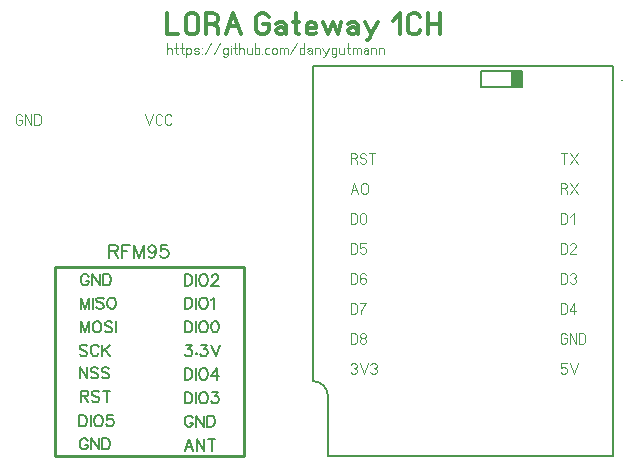
<source format=gbr>
%FSLAX34Y34*%
%MOMM*%
%LNSILK_TOP*%
G71*
G01*
%ADD10C,0.111*%
%ADD11C,0.150*%
%ADD12C,0.100*%
%ADD13C,0.254*%
%ADD14C,0.152*%
%ADD15C,0.200*%
%ADD16C,0.144*%
%ADD17C,0.318*%
%LPD*%
G54D10*
X223838Y338295D02*
X227171Y329406D01*
X230504Y338295D01*
G54D10*
X238282Y331073D02*
X237615Y329962D01*
X236282Y329406D01*
X234948Y329406D01*
X233615Y329962D01*
X232948Y331073D01*
X232948Y336628D01*
X233615Y337740D01*
X234948Y338295D01*
X236282Y338295D01*
X237615Y337740D01*
X238282Y336628D01*
G54D10*
X246059Y331073D02*
X245392Y329962D01*
X244059Y329406D01*
X242726Y329406D01*
X241392Y329962D01*
X240726Y331073D01*
X240726Y336628D01*
X241392Y337740D01*
X242726Y338295D01*
X244059Y338295D01*
X245392Y337740D01*
X246059Y336628D01*
G54D10*
X116967Y333851D02*
X119633Y333851D01*
X119633Y331073D01*
X118967Y329962D01*
X117633Y329406D01*
X116300Y329406D01*
X114967Y329962D01*
X114300Y331073D01*
X114300Y336628D01*
X114967Y337740D01*
X116300Y338295D01*
X117633Y338295D01*
X118967Y337740D01*
X119633Y336628D01*
G54D10*
X122077Y329406D02*
X122077Y338295D01*
X127410Y329406D01*
X127410Y338295D01*
G54D10*
X129854Y329406D02*
X129854Y338295D01*
X133187Y338295D01*
X134521Y337740D01*
X135187Y336628D01*
X135187Y331073D01*
X134521Y329962D01*
X133187Y329406D01*
X129854Y329406D01*
G54D11*
X543206Y361300D02*
X543207Y375300D01*
X508207Y375300D01*
X508207Y361300D01*
X543206Y361300D01*
G36*
X543206Y361300D02*
X543207Y375300D01*
X533206Y375300D01*
X533206Y361300D01*
X543206Y361300D01*
G37*
G54D12*
X543206Y361300D02*
X543207Y375300D01*
X533206Y375300D01*
X533206Y361300D01*
X543206Y361300D01*
G54D13*
X307077Y48672D02*
X307077Y208672D01*
X147077Y208672D01*
X147077Y48672D01*
X307077Y48672D01*
G54D14*
X193487Y222422D02*
X198157Y222422D01*
X199707Y222932D01*
X200237Y223462D01*
X200747Y224512D01*
X200747Y225552D01*
X200237Y226592D01*
X199707Y227102D01*
X198157Y227602D01*
X193487Y227602D01*
X193487Y216712D01*
G54D14*
X197117Y222422D02*
X200747Y216712D01*
G54D14*
X210937Y227602D02*
X204177Y227602D01*
X204177Y216712D01*
G54D14*
X204177Y222422D02*
X208347Y222422D01*
G54D14*
X222697Y216712D02*
X222697Y227602D01*
X218527Y216712D01*
X214367Y227602D01*
X214367Y216712D01*
G54D14*
X232347Y226052D02*
X232857Y223972D01*
X232347Y222422D01*
X231307Y221382D01*
X229757Y220872D01*
X229227Y220872D01*
X227677Y221382D01*
X226637Y222422D01*
X226127Y223972D01*
X226127Y224512D01*
X226637Y226052D01*
X227677Y227102D01*
X229227Y227602D01*
X229757Y227602D01*
X231307Y227102D01*
X232347Y226052D01*
G54D14*
X232857Y223972D02*
X232857Y221382D01*
X232347Y218792D01*
X231307Y217222D01*
X229757Y216712D01*
X228717Y216712D01*
X227137Y217222D01*
X226637Y218262D01*
G54D14*
X242537Y227602D02*
X237327Y227602D01*
X236817Y222932D01*
X237327Y223462D01*
X238897Y223972D01*
X240447Y223972D01*
X241997Y223462D01*
X243037Y222422D01*
X243577Y220872D01*
X243577Y219832D01*
X243037Y218262D01*
X241997Y217222D01*
X240447Y216712D01*
X238897Y216712D01*
X237327Y217222D01*
X236817Y217752D01*
X236287Y218792D01*
G54D11*
X257226Y193122D02*
X260406Y193122D01*
X261776Y193582D01*
X262696Y194492D01*
X263146Y195412D01*
X263606Y196782D01*
X263606Y199042D01*
X263146Y200412D01*
X262696Y201302D01*
X261776Y202212D01*
X260406Y202672D01*
X257226Y202672D01*
X257226Y193122D01*
G54D11*
X266606Y202672D02*
X266606Y193122D01*
G54D11*
X274146Y202672D02*
X272316Y202672D01*
X271406Y202212D01*
X270516Y201302D01*
X270056Y200412D01*
X269596Y199042D01*
X269596Y196782D01*
X270056Y195412D01*
X270516Y194492D01*
X271406Y193582D01*
X272316Y193122D01*
X274146Y193122D01*
X275036Y193582D01*
X275946Y194492D01*
X276406Y195412D01*
X276866Y196782D01*
X276866Y199042D01*
X276406Y200412D01*
X275946Y201302D01*
X275036Y202212D01*
X274146Y202672D01*
G54D11*
X280316Y200412D02*
X280316Y200872D01*
X280776Y201762D01*
X281236Y202212D01*
X282146Y202672D01*
X283956Y202672D01*
X284866Y202212D01*
X285326Y201762D01*
X285776Y200872D01*
X285776Y199952D01*
X285326Y199042D01*
X284406Y197672D01*
X279866Y193122D01*
X286236Y193122D01*
G54D11*
X257236Y173582D02*
X260406Y173582D01*
X261776Y174032D01*
X262696Y174952D01*
X263146Y175862D01*
X263586Y177212D01*
X263586Y179492D01*
X263146Y180842D01*
X262696Y181752D01*
X261776Y182672D01*
X260406Y183132D01*
X257236Y183132D01*
X257236Y173582D01*
G54D11*
X266606Y183132D02*
X266606Y173582D01*
G54D11*
X274146Y183132D02*
X272316Y183132D01*
X271406Y182672D01*
X270496Y181752D01*
X270056Y180842D01*
X269606Y179492D01*
X269606Y177212D01*
X270056Y175862D01*
X270496Y174952D01*
X271406Y174032D01*
X272316Y173582D01*
X274146Y173582D01*
X275036Y174032D01*
X275956Y174952D01*
X276406Y175862D01*
X276866Y177212D01*
X276866Y179492D01*
X276406Y180842D01*
X275956Y181752D01*
X275036Y182672D01*
X274146Y183132D01*
G54D11*
X279866Y181302D02*
X280776Y181752D01*
X282146Y183132D01*
X282146Y173582D01*
G54D11*
X257236Y153592D02*
X260406Y153592D01*
X261776Y154042D01*
X262696Y154932D01*
X263146Y155852D01*
X263586Y157222D01*
X263586Y159482D01*
X263146Y160852D01*
X262696Y161762D01*
X261776Y162682D01*
X260406Y163142D01*
X257236Y163142D01*
X257236Y153592D01*
G54D11*
X266606Y163142D02*
X266606Y153592D01*
G54D11*
X274146Y163142D02*
X272316Y163142D01*
X271406Y162682D01*
X270496Y161762D01*
X270056Y160852D01*
X269606Y159482D01*
X269606Y157222D01*
X270056Y155852D01*
X270496Y154932D01*
X271406Y154042D01*
X272316Y153592D01*
X274146Y153592D01*
X275036Y154042D01*
X275956Y154932D01*
X276406Y155852D01*
X276866Y157222D01*
X276866Y159482D01*
X276406Y160852D01*
X275956Y161762D01*
X275036Y162682D01*
X274146Y163142D01*
G54D11*
X283496Y163142D02*
X282586Y163142D01*
X281236Y162682D01*
X280326Y161312D01*
X279866Y159022D01*
X279866Y157682D01*
X280326Y155392D01*
X281236Y154042D01*
X282586Y153592D01*
X283496Y153592D01*
X284866Y154042D01*
X285786Y155392D01*
X286236Y157682D01*
X286236Y159022D01*
X285786Y161312D01*
X284866Y162682D01*
X283496Y163142D01*
G54D11*
X258146Y143122D02*
X263146Y143122D01*
X260406Y139492D01*
X261776Y139492D01*
X262696Y139032D01*
X263146Y138572D01*
X263586Y137202D01*
X263586Y136312D01*
X263146Y134942D01*
X262236Y134032D01*
X260866Y133572D01*
X259496Y133572D01*
X258146Y134032D01*
X257686Y134492D01*
X257236Y135402D01*
G54D11*
X267496Y135402D02*
X267036Y135862D01*
X266606Y135402D01*
X267036Y134942D01*
X267496Y135402D01*
G54D11*
X271406Y143122D02*
X276406Y143122D01*
X273696Y139492D01*
X275036Y139492D01*
X275956Y139032D01*
X276406Y138572D01*
X276866Y137202D01*
X276866Y136312D01*
X276406Y134942D01*
X275496Y134032D01*
X274146Y133572D01*
X272776Y133572D01*
X271406Y134032D01*
X270946Y134492D01*
X270496Y135402D01*
G54D11*
X279866Y143122D02*
X283496Y133572D01*
X287126Y143122D01*
G54D11*
X257236Y113582D02*
X260406Y113582D01*
X261776Y114042D01*
X262696Y114952D01*
X263146Y115842D01*
X263586Y117212D01*
X263586Y119502D01*
X263146Y120852D01*
X262696Y121762D01*
X261776Y122672D01*
X260406Y123132D01*
X257236Y123132D01*
X257236Y113582D01*
G54D11*
X266606Y123132D02*
X266606Y113582D01*
G54D11*
X274146Y123132D02*
X272316Y123132D01*
X271406Y122672D01*
X270496Y121762D01*
X270056Y120852D01*
X269606Y119502D01*
X269606Y117212D01*
X270056Y115842D01*
X270496Y114952D01*
X271406Y114042D01*
X272316Y113582D01*
X274146Y113582D01*
X275036Y114042D01*
X275956Y114952D01*
X276406Y115842D01*
X276866Y117212D01*
X276866Y119502D01*
X276406Y120852D01*
X275956Y121762D01*
X275036Y122672D01*
X274146Y123132D01*
G54D11*
X284406Y113582D02*
X284406Y123132D01*
X279866Y116762D01*
X286696Y116762D01*
G54D11*
X257236Y93592D02*
X260406Y93592D01*
X261776Y94022D01*
X262696Y94942D01*
X263146Y95852D01*
X263586Y97222D01*
X263586Y99482D01*
X263146Y100862D01*
X262696Y101772D01*
X261776Y102662D01*
X260406Y103122D01*
X257236Y103122D01*
X257236Y93592D01*
G54D11*
X266606Y103122D02*
X266606Y93592D01*
G54D11*
X274146Y103122D02*
X272316Y103122D01*
X271406Y102662D01*
X270496Y101772D01*
X270056Y100862D01*
X269606Y99482D01*
X269606Y97222D01*
X270056Y95852D01*
X270496Y94942D01*
X271406Y94022D01*
X272316Y93592D01*
X274146Y93592D01*
X275036Y94022D01*
X275956Y94942D01*
X276406Y95852D01*
X276866Y97222D01*
X276866Y99482D01*
X276406Y100862D01*
X275956Y101772D01*
X275036Y102662D01*
X274146Y103122D01*
G54D11*
X280776Y103122D02*
X285786Y103122D01*
X283036Y99482D01*
X284406Y99482D01*
X285326Y99032D01*
X285786Y98572D01*
X286236Y97222D01*
X286236Y96312D01*
X285786Y94942D01*
X284866Y94022D01*
X283496Y93592D01*
X282146Y93592D01*
X280776Y94022D01*
X280326Y94482D01*
X279866Y95392D01*
G54D11*
X264036Y80842D02*
X263586Y81752D01*
X262696Y82672D01*
X261776Y83132D01*
X259946Y83132D01*
X259066Y82672D01*
X258146Y81752D01*
X257686Y80842D01*
X257236Y79492D01*
X257236Y77212D01*
X257686Y75862D01*
X258146Y74952D01*
X259066Y74032D01*
X259946Y73582D01*
X261776Y73582D01*
X262696Y74032D01*
X263586Y74952D01*
X264036Y75862D01*
X264036Y77212D01*
X261776Y77212D01*
G54D11*
X273416Y83132D02*
X273416Y73582D01*
X267036Y83132D01*
X267036Y73582D01*
G54D11*
X276406Y73582D02*
X279586Y73582D01*
X280956Y74032D01*
X281866Y74952D01*
X282326Y75862D01*
X282786Y77212D01*
X282786Y79492D01*
X282326Y80842D01*
X281866Y81752D01*
X280956Y82672D01*
X279586Y83132D01*
X276406Y83132D01*
X276406Y73582D01*
G54D11*
X264496Y53592D02*
X260866Y63142D01*
X257236Y53592D01*
G54D11*
X258606Y56762D02*
X263146Y56762D01*
G54D11*
X273866Y63142D02*
X273866Y53592D01*
X267496Y63142D01*
X267496Y53592D01*
G54D11*
X280046Y63142D02*
X280046Y53592D01*
G54D11*
X276866Y63142D02*
X283246Y63142D01*
G54D11*
X176007Y200862D02*
X175547Y201772D01*
X174657Y202662D01*
X173737Y203122D01*
X171917Y203122D01*
X170997Y202662D01*
X170107Y201772D01*
X169657Y200862D01*
X169197Y199482D01*
X169197Y197222D01*
X169657Y195852D01*
X170107Y194942D01*
X170997Y194022D01*
X171917Y193592D01*
X173737Y193592D01*
X174657Y194022D01*
X175547Y194942D01*
X176007Y195852D01*
X176007Y197222D01*
X173737Y197222D01*
G54D11*
X185377Y203122D02*
X185377Y193592D01*
X178997Y203122D01*
X178997Y193592D01*
G54D11*
X188377Y193592D02*
X191547Y193592D01*
X192917Y194022D01*
X193837Y194942D01*
X194287Y195852D01*
X194747Y197222D01*
X194747Y199482D01*
X194287Y200862D01*
X193837Y201772D01*
X192917Y202662D01*
X191547Y203122D01*
X188377Y203122D01*
X188377Y193592D01*
G54D11*
X176457Y173582D02*
X176457Y183132D01*
X172827Y173582D01*
X169197Y183132D01*
X169197Y173582D01*
G54D11*
X179457Y183132D02*
X179457Y173582D01*
G54D11*
X188827Y181752D02*
X187917Y182672D01*
X186547Y183132D01*
X184737Y183132D01*
X183367Y182672D01*
X182457Y181752D01*
X182457Y180842D01*
X182907Y179952D01*
X183367Y179492D01*
X184287Y179042D01*
X186997Y178122D01*
X187917Y177672D01*
X188377Y177212D01*
X188827Y176322D01*
X188827Y174952D01*
X187917Y174032D01*
X186547Y173582D01*
X184737Y173582D01*
X183367Y174032D01*
X182457Y174952D01*
G54D11*
X196377Y183132D02*
X194547Y183132D01*
X193657Y182672D01*
X192737Y181752D01*
X192287Y180842D01*
X191827Y179492D01*
X191827Y177212D01*
X192287Y175862D01*
X192737Y174952D01*
X193657Y174032D01*
X194547Y173582D01*
X196377Y173582D01*
X197287Y174032D01*
X198207Y174952D01*
X198637Y175862D01*
X199087Y177212D01*
X199087Y179492D01*
X198637Y180842D01*
X198207Y181752D01*
X197287Y182672D01*
X196377Y183132D01*
G54D11*
X176457Y153592D02*
X176457Y163142D01*
X172827Y153592D01*
X169197Y163142D01*
X169197Y153592D01*
G54D11*
X184007Y163142D02*
X182197Y163142D01*
X181287Y162682D01*
X180367Y161762D01*
X179917Y160852D01*
X179457Y159482D01*
X179457Y157222D01*
X179917Y155852D01*
X180367Y154932D01*
X181287Y154042D01*
X182197Y153592D01*
X184007Y153592D01*
X184917Y154042D01*
X185837Y154932D01*
X186287Y155852D01*
X186747Y157222D01*
X186747Y159482D01*
X186287Y160852D01*
X185837Y161762D01*
X184917Y162682D01*
X184007Y163142D01*
G54D11*
X196097Y161762D02*
X195177Y162682D01*
X193837Y163142D01*
X192007Y163142D01*
X190657Y162682D01*
X189747Y161762D01*
X189747Y160852D01*
X190197Y159942D01*
X190657Y159482D01*
X191547Y159022D01*
X194287Y158132D01*
X195177Y157682D01*
X195637Y157222D01*
X196097Y156302D01*
X196097Y154932D01*
X195177Y154042D01*
X193837Y153592D01*
X192007Y153592D01*
X190657Y154042D01*
X189747Y154932D01*
G54D11*
X199087Y163142D02*
X199087Y153592D01*
G54D11*
X174557Y141752D02*
X173637Y142662D01*
X172297Y143122D01*
X170467Y143122D01*
X169097Y142662D01*
X168207Y141752D01*
X168207Y140862D01*
X168637Y139952D01*
X169097Y139492D01*
X170007Y139032D01*
X172727Y138122D01*
X173637Y137662D01*
X174097Y137202D01*
X174557Y136312D01*
X174557Y134942D01*
X173637Y134032D01*
X172297Y133572D01*
X170467Y133572D01*
X169097Y134032D01*
X168207Y134942D01*
G54D11*
X184387Y140862D02*
X183927Y141752D01*
X183017Y142662D01*
X182097Y143122D01*
X180297Y143122D01*
X179377Y142662D01*
X178467Y141752D01*
X178007Y140862D01*
X177547Y139492D01*
X177547Y137202D01*
X178007Y135862D01*
X178467Y134942D01*
X179377Y134032D01*
X180297Y133572D01*
X182097Y133572D01*
X183017Y134032D01*
X183927Y134942D01*
X184387Y135862D01*
G54D11*
X187377Y143122D02*
X187377Y133572D01*
G54D11*
X193727Y143122D02*
X187377Y136772D01*
G54D11*
X189647Y139032D02*
X193727Y133572D01*
G54D11*
X174557Y124122D02*
X174557Y114572D01*
X168207Y124122D01*
X168207Y114572D01*
G54D11*
X183927Y122752D02*
X183017Y123662D01*
X181637Y124122D01*
X179837Y124122D01*
X178467Y123662D01*
X177547Y122752D01*
X177547Y121862D01*
X178007Y120952D01*
X178467Y120492D01*
X179377Y120032D01*
X182097Y119122D01*
X183017Y118662D01*
X183467Y118202D01*
X183927Y117312D01*
X183927Y115942D01*
X183017Y115032D01*
X181637Y114572D01*
X179837Y114572D01*
X178467Y115032D01*
X177547Y115942D01*
G54D11*
X193277Y122752D02*
X192387Y123662D01*
X191017Y124122D01*
X189187Y124122D01*
X187837Y123662D01*
X186927Y122752D01*
X186927Y121862D01*
X187377Y120952D01*
X187837Y120492D01*
X188727Y120032D01*
X191467Y119122D01*
X192387Y118662D01*
X192817Y118202D01*
X193277Y117312D01*
X193277Y115942D01*
X192387Y115032D01*
X191017Y114572D01*
X189187Y114572D01*
X187837Y115032D01*
X186927Y115942D01*
G54D11*
X169197Y99592D02*
X173287Y99592D01*
X174657Y100042D01*
X175117Y100502D01*
X175547Y101392D01*
X175547Y102302D01*
X175117Y103222D01*
X174657Y103682D01*
X173287Y104132D01*
X169197Y104132D01*
X169197Y94582D01*
G54D11*
X172367Y99592D02*
X175547Y94582D01*
G54D11*
X184917Y102762D02*
X184007Y103682D01*
X182657Y104132D01*
X180827Y104132D01*
X179457Y103682D01*
X178567Y102762D01*
X178567Y101852D01*
X178997Y100932D01*
X179457Y100502D01*
X180367Y100042D01*
X183087Y99132D01*
X184007Y98672D01*
X184457Y98212D01*
X184917Y97302D01*
X184917Y95952D01*
X184007Y95042D01*
X182657Y94582D01*
X180827Y94582D01*
X179457Y95042D01*
X178567Y95952D01*
G54D11*
X191087Y104132D02*
X191087Y94582D01*
G54D11*
X187917Y104132D02*
X194287Y104132D01*
G54D11*
X168177Y74132D02*
X171377Y74132D01*
X172727Y74592D01*
X173637Y75482D01*
X174097Y76402D01*
X174557Y77772D01*
X174557Y80032D01*
X174097Y81402D01*
X173637Y82312D01*
X172727Y83232D01*
X171377Y83692D01*
X168177Y83692D01*
X168177Y74132D01*
G54D11*
X177547Y83692D02*
X177547Y74132D01*
G54D11*
X185097Y83692D02*
X183297Y83692D01*
X182377Y83232D01*
X181467Y82312D01*
X181007Y81402D01*
X180547Y80032D01*
X180547Y77772D01*
X181007Y76402D01*
X181467Y75482D01*
X182377Y74592D01*
X183297Y74132D01*
X185097Y74132D01*
X186007Y74592D01*
X186927Y75482D01*
X187377Y76402D01*
X187837Y77772D01*
X187837Y80032D01*
X187377Y81402D01*
X186927Y82312D01*
X186007Y83232D01*
X185097Y83692D01*
G54D11*
X196267Y83692D02*
X191727Y83692D01*
X191297Y79602D01*
X191727Y80032D01*
X193097Y80482D01*
X194467Y80482D01*
X195837Y80032D01*
X196727Y79142D01*
X197187Y77772D01*
X197187Y76852D01*
X196727Y75482D01*
X195837Y74592D01*
X194467Y74132D01*
X193097Y74132D01*
X191727Y74592D01*
X191297Y75052D01*
X190837Y75942D01*
G54D11*
X175007Y61842D02*
X174557Y62762D01*
X173637Y63672D01*
X172727Y64132D01*
X170927Y64132D01*
X170007Y63672D01*
X169097Y62762D01*
X168637Y61842D01*
X168207Y60502D01*
X168207Y58212D01*
X168637Y56862D01*
X169097Y55952D01*
X170007Y55032D01*
X170927Y54582D01*
X172727Y54582D01*
X173637Y55032D01*
X174557Y55952D01*
X175007Y56862D01*
X175007Y58212D01*
X172727Y58212D01*
G54D11*
X184387Y64132D02*
X184387Y54582D01*
X178007Y64132D01*
X178007Y54582D01*
G54D11*
X187377Y54582D02*
X190557Y54582D01*
X191927Y55032D01*
X192817Y55952D01*
X193277Y56862D01*
X193727Y58212D01*
X193727Y60502D01*
X193277Y61842D01*
X192817Y62762D01*
X191927Y63672D01*
X190557Y64132D01*
X187377Y64132D01*
X187377Y54582D01*
G54D15*
G75*
G01X378619Y99616D02*
G03X365919Y112316I-12700J0D01*
G01*
G54D15*
X378619Y99616D02*
X378619Y48816D01*
X619919Y48816D01*
X619919Y379016D01*
X365919Y379016D01*
X365919Y112316D01*
G54D10*
X400335Y300910D02*
X402335Y299799D01*
X403002Y298688D01*
X403002Y296466D01*
G54D10*
X397669Y296466D02*
X397669Y305355D01*
X401002Y305355D01*
X402335Y304799D01*
X403002Y303688D01*
X403002Y302577D01*
X402335Y301466D01*
X401002Y300910D01*
X397669Y300910D01*
G54D10*
X405446Y298132D02*
X406112Y297021D01*
X407446Y296466D01*
X408779Y296466D01*
X410112Y297021D01*
X410779Y298132D01*
X410779Y299243D01*
X410112Y300355D01*
X408779Y300910D01*
X407446Y300910D01*
X406112Y301466D01*
X405446Y302577D01*
X405446Y303688D01*
X406112Y304799D01*
X407446Y305355D01*
X408779Y305355D01*
X410112Y304799D01*
X410779Y303688D01*
G54D10*
X415889Y296466D02*
X415889Y305355D01*
G54D10*
X413223Y305355D02*
X418556Y305355D01*
G54D10*
X397669Y271066D02*
X401002Y279955D01*
X404335Y271066D01*
G54D10*
X399002Y274399D02*
X403002Y274399D01*
G54D10*
X412113Y278288D02*
X412113Y272732D01*
X411446Y271621D01*
X410113Y271066D01*
X408780Y271066D01*
X407446Y271621D01*
X406780Y272732D01*
X406780Y278288D01*
X407446Y279399D01*
X408780Y279955D01*
X410113Y279955D01*
X411446Y279399D01*
X412113Y278288D01*
G54D10*
X397669Y245666D02*
X397669Y254555D01*
X401002Y254555D01*
X402335Y253999D01*
X403002Y252888D01*
X403002Y247332D01*
X402335Y246221D01*
X401002Y245666D01*
X397669Y245666D01*
G54D10*
X410779Y252888D02*
X410779Y247332D01*
X410112Y246221D01*
X408779Y245666D01*
X407446Y245666D01*
X406112Y246221D01*
X405446Y247332D01*
X405446Y252888D01*
X406112Y253999D01*
X407446Y254555D01*
X408779Y254555D01*
X410112Y253999D01*
X410779Y252888D01*
G54D10*
X397669Y220266D02*
X397669Y229155D01*
X401002Y229155D01*
X402335Y228599D01*
X403002Y227488D01*
X403002Y221932D01*
X402335Y220821D01*
X401002Y220266D01*
X397669Y220266D01*
G54D10*
X410779Y229155D02*
X405446Y229155D01*
X405446Y225266D01*
X406112Y225266D01*
X407446Y225821D01*
X408779Y225821D01*
X410112Y225266D01*
X410779Y224155D01*
X410779Y221932D01*
X410112Y220821D01*
X408779Y220266D01*
X407446Y220266D01*
X406112Y220821D01*
X405446Y221932D01*
G54D10*
X397669Y194866D02*
X397669Y203755D01*
X401002Y203755D01*
X402335Y203199D01*
X403002Y202088D01*
X403002Y196532D01*
X402335Y195421D01*
X401002Y194866D01*
X397669Y194866D01*
G54D10*
X410779Y202088D02*
X410112Y203199D01*
X408779Y203755D01*
X407446Y203755D01*
X406112Y203199D01*
X405446Y202088D01*
X405446Y199310D01*
X405446Y198755D01*
X407446Y199866D01*
X408779Y199866D01*
X410112Y199310D01*
X410779Y198199D01*
X410779Y196532D01*
X410112Y195421D01*
X408779Y194866D01*
X407446Y194866D01*
X406112Y195421D01*
X405446Y196532D01*
X405446Y199310D01*
G54D10*
X397669Y169466D02*
X397669Y178355D01*
X401002Y178355D01*
X402335Y177799D01*
X403002Y176688D01*
X403002Y171132D01*
X402335Y170021D01*
X401002Y169466D01*
X397669Y169466D01*
G54D10*
X405446Y178355D02*
X410779Y178355D01*
X410112Y177243D01*
X408779Y175577D01*
X407446Y173355D01*
X406779Y171688D01*
X406779Y169466D01*
G54D10*
X397669Y144066D02*
X397669Y152955D01*
X401002Y152955D01*
X402335Y152399D01*
X403002Y151288D01*
X403002Y145732D01*
X402335Y144621D01*
X401002Y144066D01*
X397669Y144066D01*
G54D10*
X408779Y148510D02*
X407446Y148510D01*
X406112Y149066D01*
X405446Y150177D01*
X405446Y151288D01*
X406112Y152399D01*
X407446Y152955D01*
X408779Y152955D01*
X410112Y152399D01*
X410779Y151288D01*
X410779Y150177D01*
X410112Y149066D01*
X408779Y148510D01*
X410112Y147955D01*
X410779Y146843D01*
X410779Y145732D01*
X410112Y144621D01*
X408779Y144066D01*
X407446Y144066D01*
X406112Y144621D01*
X405446Y145732D01*
X405446Y146843D01*
X406112Y147955D01*
X407446Y148510D01*
G54D10*
X397669Y125888D02*
X398335Y126999D01*
X399669Y127555D01*
X401002Y127555D01*
X402335Y126999D01*
X403002Y125888D01*
X403002Y124777D01*
X402335Y123666D01*
X401002Y123110D01*
X402335Y122555D01*
X403002Y121443D01*
X403002Y120332D01*
X402335Y119221D01*
X401002Y118666D01*
X399669Y118666D01*
X398335Y119221D01*
X397669Y120332D01*
G54D10*
X405446Y127555D02*
X408779Y118666D01*
X412112Y127555D01*
G54D10*
X414557Y125888D02*
X415223Y126999D01*
X416557Y127555D01*
X417890Y127555D01*
X419223Y126999D01*
X419890Y125888D01*
X419890Y124777D01*
X419223Y123666D01*
X417890Y123110D01*
X419223Y122555D01*
X419890Y121443D01*
X419890Y120332D01*
X419223Y119221D01*
X417890Y118666D01*
X416557Y118666D01*
X415223Y119221D01*
X414557Y120332D01*
G54D10*
X578135Y296466D02*
X578135Y305355D01*
G54D10*
X575469Y305355D02*
X580802Y305355D01*
G54D10*
X583246Y305355D02*
X589912Y296466D01*
G54D10*
X583246Y296466D02*
X589912Y305355D01*
G54D10*
X578135Y275510D02*
X580135Y274399D01*
X580802Y273288D01*
X580802Y271066D01*
G54D10*
X575469Y271066D02*
X575469Y279955D01*
X578802Y279955D01*
X580135Y279399D01*
X580802Y278288D01*
X580802Y277177D01*
X580135Y276066D01*
X578802Y275510D01*
X575469Y275510D01*
G54D10*
X583246Y279955D02*
X589912Y271066D01*
G54D10*
X583246Y271066D02*
X589912Y279955D01*
G54D10*
X575469Y245666D02*
X575469Y254555D01*
X578802Y254555D01*
X580135Y253999D01*
X580802Y252888D01*
X580802Y247332D01*
X580135Y246221D01*
X578802Y245666D01*
X575469Y245666D01*
G54D10*
X583246Y251221D02*
X586579Y254555D01*
X586579Y245666D01*
G54D10*
X575469Y220266D02*
X575469Y229155D01*
X578802Y229155D01*
X580135Y228599D01*
X580802Y227488D01*
X580802Y221932D01*
X580135Y220821D01*
X578802Y220266D01*
X575469Y220266D01*
G54D10*
X588579Y220266D02*
X583246Y220266D01*
X583246Y220821D01*
X583912Y221932D01*
X587912Y225266D01*
X588579Y226377D01*
X588579Y227488D01*
X587912Y228599D01*
X586579Y229155D01*
X585246Y229155D01*
X583912Y228599D01*
X583246Y227488D01*
G54D10*
X575469Y194866D02*
X575469Y203755D01*
X578802Y203755D01*
X580135Y203199D01*
X580802Y202088D01*
X580802Y196532D01*
X580135Y195421D01*
X578802Y194866D01*
X575469Y194866D01*
G54D10*
X583246Y202088D02*
X583912Y203199D01*
X585246Y203755D01*
X586579Y203755D01*
X587912Y203199D01*
X588579Y202088D01*
X588579Y200977D01*
X587912Y199866D01*
X586579Y199310D01*
X587912Y198755D01*
X588579Y197643D01*
X588579Y196532D01*
X587912Y195421D01*
X586579Y194866D01*
X585246Y194866D01*
X583912Y195421D01*
X583246Y196532D01*
G54D10*
X575469Y169466D02*
X575469Y178355D01*
X578802Y178355D01*
X580135Y177799D01*
X580802Y176688D01*
X580802Y171132D01*
X580135Y170021D01*
X578802Y169466D01*
X575469Y169466D01*
G54D10*
X587246Y169466D02*
X587246Y178355D01*
X583246Y172799D01*
X583246Y171688D01*
X588579Y171688D01*
G54D10*
X578135Y148510D02*
X580802Y148510D01*
X580802Y145732D01*
X580135Y144621D01*
X578802Y144066D01*
X577469Y144066D01*
X576135Y144621D01*
X575469Y145732D01*
X575469Y151288D01*
X576135Y152399D01*
X577469Y152955D01*
X578802Y152955D01*
X580135Y152399D01*
X580802Y151288D01*
G54D10*
X583246Y144066D02*
X583246Y152955D01*
X588579Y144066D01*
X588579Y152955D01*
G54D10*
X591023Y144066D02*
X591023Y152955D01*
X594356Y152955D01*
X595689Y152399D01*
X596356Y151288D01*
X596356Y145732D01*
X595689Y144621D01*
X594356Y144066D01*
X591023Y144066D01*
G54D10*
X580802Y127555D02*
X575469Y127555D01*
X575469Y123666D01*
X576135Y123666D01*
X577469Y124221D01*
X578802Y124221D01*
X580135Y123666D01*
X580802Y122555D01*
X580802Y120332D01*
X580135Y119221D01*
X578802Y118666D01*
X577469Y118666D01*
X576135Y119221D01*
X575469Y120332D01*
G54D10*
X583246Y127555D02*
X586579Y118666D01*
X589912Y127555D01*
G54D16*
X627419Y367016D02*
X627419Y367016D01*
G54D17*
X242491Y423781D02*
X242491Y406003D01*
X251824Y406003D01*
G54D17*
X268712Y420448D02*
X268712Y409336D01*
X267379Y407114D01*
X264712Y406003D01*
X262046Y406003D01*
X259379Y407114D01*
X258046Y409336D01*
X258046Y420448D01*
X259379Y422670D01*
X262046Y423781D01*
X264712Y423781D01*
X267379Y422670D01*
X268712Y420448D01*
G54D17*
X280268Y414892D02*
X284268Y412670D01*
X285601Y410448D01*
X285601Y406003D01*
G54D17*
X274935Y406003D02*
X274935Y423781D01*
X281601Y423781D01*
X284268Y422670D01*
X285601Y420448D01*
X285601Y418225D01*
X284268Y416003D01*
X281601Y414892D01*
X274935Y414892D01*
G54D17*
X291824Y406003D02*
X298490Y423781D01*
X305157Y406003D01*
G54D17*
X294490Y412670D02*
X302490Y412670D01*
G54D17*
X323201Y414892D02*
X328534Y414892D01*
X328534Y409336D01*
X327201Y407114D01*
X324534Y406003D01*
X321868Y406003D01*
X319201Y407114D01*
X317868Y409336D01*
X317868Y420448D01*
X319201Y422670D01*
X321868Y423781D01*
X324534Y423781D01*
X327201Y422670D01*
X328534Y420448D01*
G54D17*
X334757Y414892D02*
X337423Y416003D01*
X340623Y416003D01*
X342757Y413781D01*
X342757Y406003D01*
G54D17*
X342757Y409336D02*
X341423Y411559D01*
X338757Y412003D01*
X336090Y411559D01*
X334757Y409336D01*
X335290Y407114D01*
X337423Y406003D01*
X338757Y406003D01*
X339290Y406003D01*
X341423Y407114D01*
X342757Y409336D01*
G54D17*
X351645Y423781D02*
X351645Y407114D01*
X352979Y406003D01*
X354312Y406448D01*
G54D17*
X348979Y416003D02*
X354312Y416003D01*
G54D17*
X368534Y407114D02*
X366400Y406003D01*
X363734Y406003D01*
X361067Y407114D01*
X360534Y409336D01*
X360534Y413114D01*
X361867Y415336D01*
X364534Y416003D01*
X367200Y415336D01*
X368534Y413781D01*
X368534Y411559D01*
X360534Y411559D01*
G54D17*
X374756Y416003D02*
X378756Y406003D01*
X382756Y416003D01*
X386756Y406003D01*
X389422Y416003D01*
G54D17*
X395645Y414892D02*
X398311Y416003D01*
X401511Y416003D01*
X403645Y413781D01*
X403645Y406003D01*
G54D17*
X403645Y409336D02*
X402311Y411559D01*
X399645Y412003D01*
X396978Y411559D01*
X395645Y409336D01*
X396178Y407114D01*
X398311Y406003D01*
X399645Y406003D01*
X400178Y406003D01*
X402311Y407114D01*
X403645Y409336D01*
G54D17*
X409867Y416003D02*
X415200Y406003D01*
X420533Y416003D01*
G54D17*
X415200Y406003D02*
X413867Y402670D01*
X412533Y401559D01*
X411200Y401559D01*
G54D17*
X433245Y417114D02*
X439911Y423781D01*
X439911Y406003D01*
G54D17*
X456800Y409336D02*
X455467Y407114D01*
X452800Y406003D01*
X450134Y406003D01*
X447467Y407114D01*
X446134Y409336D01*
X446134Y420448D01*
X447467Y422670D01*
X450134Y423781D01*
X452800Y423781D01*
X455467Y422670D01*
X456800Y420448D01*
G54D17*
X463023Y406003D02*
X463023Y423781D01*
G54D17*
X473689Y406003D02*
X473689Y423781D01*
G54D17*
X463023Y414892D02*
X473689Y414892D01*
G54D10*
X242094Y389334D02*
X242094Y398223D01*
G54D10*
X242094Y392890D02*
X242760Y394001D01*
X244094Y394334D01*
X245427Y394001D01*
X246094Y392890D01*
X246094Y389334D01*
G54D10*
X249871Y398223D02*
X249871Y389890D01*
X250538Y389334D01*
X251204Y389557D01*
G54D10*
X248538Y394334D02*
X251204Y394334D01*
G54D10*
X254982Y398223D02*
X254982Y389890D01*
X255649Y389334D01*
X256315Y389557D01*
G54D10*
X253649Y394334D02*
X256315Y394334D01*
G54D10*
X258760Y394334D02*
X258760Y387112D01*
G54D10*
X258760Y391001D02*
X259426Y389557D01*
X260760Y389334D01*
X262093Y389557D01*
X262760Y390668D01*
X262760Y392890D01*
X262093Y394001D01*
X260760Y394334D01*
X259426Y394001D01*
X258760Y392668D01*
G54D10*
X265204Y389890D02*
X266537Y389334D01*
X267870Y389334D01*
X269204Y389890D01*
X269204Y391001D01*
X268537Y391557D01*
X265870Y392112D01*
X265204Y392668D01*
X265204Y393779D01*
X266537Y394334D01*
X267870Y394334D01*
X269204Y393779D01*
G54D10*
X271648Y389334D02*
X271648Y389334D01*
G54D10*
X271648Y394334D02*
X271648Y394334D01*
G54D10*
X274092Y389334D02*
X279425Y398223D01*
G54D10*
X281869Y389334D02*
X287202Y398223D01*
G54D10*
X289646Y387668D02*
X290979Y387112D01*
X291912Y387112D01*
X293246Y387668D01*
X293646Y388779D01*
X293646Y394334D01*
G54D10*
X293646Y392890D02*
X292979Y394001D01*
X291646Y394334D01*
X290312Y394001D01*
X289646Y392890D01*
X289646Y390668D01*
X290312Y389557D01*
X291646Y389334D01*
X292979Y389557D01*
X293646Y390668D01*
G54D10*
X296090Y389334D02*
X296090Y394334D01*
G54D10*
X296090Y396001D02*
X296090Y396001D01*
G54D10*
X299867Y398223D02*
X299867Y389890D01*
X300534Y389334D01*
X301200Y389557D01*
G54D10*
X298534Y394334D02*
X301200Y394334D01*
G54D10*
X303645Y389334D02*
X303645Y398223D01*
G54D10*
X303645Y392890D02*
X304311Y394001D01*
X305645Y394334D01*
X306978Y394001D01*
X307645Y392890D01*
X307645Y389334D01*
G54D10*
X314089Y394334D02*
X314089Y389334D01*
G54D10*
X314089Y390445D02*
X313422Y389557D01*
X312089Y389334D01*
X310755Y389557D01*
X310089Y390445D01*
X310089Y394334D01*
G54D10*
X316533Y389334D02*
X316533Y398223D01*
G54D10*
X316533Y392890D02*
X317199Y394001D01*
X318533Y394334D01*
X319866Y394001D01*
X320533Y392890D01*
X320533Y390668D01*
X319866Y389557D01*
X318533Y389334D01*
X317199Y389557D01*
X316533Y390668D01*
G54D10*
X322977Y389334D02*
X322977Y389334D01*
G54D10*
X328754Y394001D02*
X327421Y394334D01*
X326087Y394001D01*
X325421Y392890D01*
X325421Y390668D01*
X326087Y389557D01*
X327421Y389334D01*
X328754Y389557D01*
G54D10*
X335198Y390668D02*
X335198Y392890D01*
X334531Y394001D01*
X333198Y394334D01*
X331864Y394001D01*
X331198Y392890D01*
X331198Y390668D01*
X331864Y389557D01*
X333198Y389334D01*
X334531Y389557D01*
X335198Y390668D01*
G54D10*
X337642Y389334D02*
X337642Y394334D01*
G54D10*
X337642Y393445D02*
X338975Y394334D01*
X340308Y394001D01*
X340975Y393223D01*
X340975Y389334D01*
G54D10*
X340975Y393445D02*
X342308Y394334D01*
X343642Y394001D01*
X344308Y393223D01*
X344308Y389334D01*
G54D10*
X346753Y389334D02*
X352086Y398223D01*
G54D10*
X358530Y389334D02*
X358530Y398223D01*
G54D10*
X358530Y392890D02*
X357863Y394001D01*
X356530Y394334D01*
X355196Y394001D01*
X354530Y392890D01*
X354530Y390668D01*
X355196Y389557D01*
X356530Y389334D01*
X357863Y389557D01*
X358530Y390668D01*
G54D10*
X360974Y393779D02*
X362307Y394334D01*
X363907Y394334D01*
X364974Y393223D01*
X364974Y389334D01*
G54D10*
X364974Y391001D02*
X364307Y392112D01*
X362974Y392334D01*
X361640Y392112D01*
X360974Y391001D01*
X361240Y389890D01*
X362307Y389334D01*
X362974Y389334D01*
X363240Y389334D01*
X364307Y389890D01*
X364974Y391001D01*
G54D10*
X367418Y389334D02*
X367418Y394334D01*
G54D10*
X367418Y393223D02*
X368084Y394001D01*
X369418Y394334D01*
X370751Y394001D01*
X371418Y393223D01*
X371418Y389334D01*
G54D10*
X373862Y394334D02*
X376528Y389334D01*
X379195Y394334D01*
G54D10*
X376528Y389334D02*
X375862Y387668D01*
X375195Y387112D01*
X374528Y387112D01*
G54D10*
X381639Y387668D02*
X382972Y387112D01*
X383905Y387112D01*
X385239Y387668D01*
X385639Y388779D01*
X385639Y394334D01*
G54D10*
X385639Y392890D02*
X384972Y394001D01*
X383639Y394334D01*
X382305Y394001D01*
X381639Y392890D01*
X381639Y390668D01*
X382305Y389557D01*
X383639Y389334D01*
X384972Y389557D01*
X385639Y390668D01*
G54D10*
X392083Y394334D02*
X392083Y389334D01*
G54D10*
X392083Y390445D02*
X391416Y389557D01*
X390083Y389334D01*
X388749Y389557D01*
X388083Y390445D01*
X388083Y394334D01*
G54D10*
X395860Y398223D02*
X395860Y389890D01*
X396527Y389334D01*
X397193Y389557D01*
G54D10*
X394527Y394334D02*
X397193Y394334D01*
G54D10*
X399638Y389334D02*
X399638Y394334D01*
G54D10*
X399638Y393445D02*
X400971Y394334D01*
X402304Y394001D01*
X402971Y393223D01*
X402971Y389334D01*
G54D10*
X402971Y393445D02*
X404304Y394334D01*
X405638Y394001D01*
X406304Y393223D01*
X406304Y389334D01*
G54D10*
X408749Y393779D02*
X410082Y394334D01*
X411682Y394334D01*
X412749Y393223D01*
X412749Y389334D01*
G54D10*
X412749Y391001D02*
X412082Y392112D01*
X410749Y392334D01*
X409415Y392112D01*
X408749Y391001D01*
X409015Y389890D01*
X410082Y389334D01*
X410749Y389334D01*
X411015Y389334D01*
X412082Y389890D01*
X412749Y391001D01*
G54D10*
X415193Y389334D02*
X415193Y394334D01*
G54D10*
X415193Y393223D02*
X415859Y394001D01*
X417193Y394334D01*
X418526Y394001D01*
X419193Y393223D01*
X419193Y389334D01*
G54D10*
X421637Y389334D02*
X421637Y394334D01*
G54D10*
X421637Y393223D02*
X422303Y394001D01*
X423637Y394334D01*
X424970Y394001D01*
X425637Y393223D01*
X425637Y389334D01*
M02*

</source>
